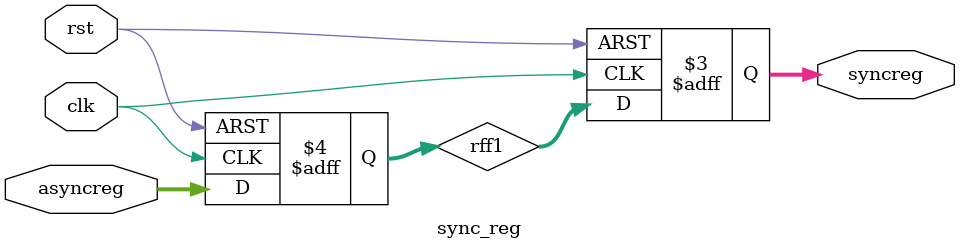
<source format=v>
/* 
 * synchronizer.v
 * 
 * Copyright (c) 2007 Koen De Vleeschauwer. 
 * 
 * THIS SOFTWARE IS PROVIDED BY THE AUTHOR AND CONTRIBUTORS ``AS IS'' AND 
 * ANY EXPRESS OR IMPLIED WARRANTIES, INCLUDING, BUT NOT LIMITED TO, THE 
 * IMPLIED WARRANTIES OF MERCHANTABILITY AND FITNESS FOR A PARTICULAR PURPOSE 
 * ARE DISCLAIMED. IN NO EVENT SHALL THE AUTHOR OR CONTRIBUTORS BE LIABLE 
 * FOR ANY DIRECT, INDIRECT, INCIDENTAL, SPECIAL, EXEMPLARY, OR CONSEQUENTIAL 
 * DAMAGES (INCLUDING, BUT NOT LIMITED TO, PROCUREMENT OF SUBSTITUTE GOODS 
 * OR SERVICES; LOSS OF USE, DATA, OR PROFITS; OR BUSINESS INTERRUPTION) 
 * HOWEVER CAUSED AND ON ANY THEORY OF LIABILITY, WHETHER IN CONTRACT, STRICT 
 * LIABILITY, OR TORT (INCLUDING NEGLIGENCE OR OTHERWISE) ARISING IN ANY WAY 
 * OUT OF THE USE OF THIS SOFTWARE, EVEN IF ADVISED OF THE POSSIBILITY OF 
 * SUCH DAMAGE.
 */

/*
 * reset synchronizer.
 * input: asynchronous reset asyncrst_n, active low.
 * output: synchronous reset syncrst_n, active low, with a width of four clocks.
 *
 * After http://www.sunburst-design.com/papers/CummingsSNUG2002SJ_Resets.pdf , par. 6.0
 */

`undef DEBUG
//`define DEBUG 1

`include "timescale.v"

module sync_reset (clk, asyncrst, syncrst); 

  input  clk, asyncrst; 
  output reg syncrst; 

  reg    [3:0]rff1; 

  always @(posedge clk or negedge asyncrst) 
    if (!asyncrst) {syncrst, rff1} <= 5'b0; 
    else           {syncrst, rff1} <= {rff1, 1'b1}; 

endmodule 

/*
 * register synchronizer.
 * input: asynchronous register asyncreg
 * output: syncreg, register synchronized to clk
 * parameter 'width' determines register width.
 */

module sync_reg (clk, rst, asyncreg, syncreg); 

parameter width=8;

  input                clk;
  input                rst;  // synchronous with clk
  input     [width-1:0]asyncreg;
  output reg[width-1:0]syncreg;


  reg   [width-1:0]rff1;

  always @(posedge clk or negedge rst)
    if (!rst) {syncreg, rff1} <= {(2*width){1'b0}};
    else      {syncreg, rff1} <= {rff1, asyncreg};

`ifdef DEBUG
  always @(posedge clk)
    $strobe("%m\trst: %h asyncreg : %h syncreg: %h", rst, asyncreg, syncreg);
`endif

endmodule 
/* not truncated */

</source>
